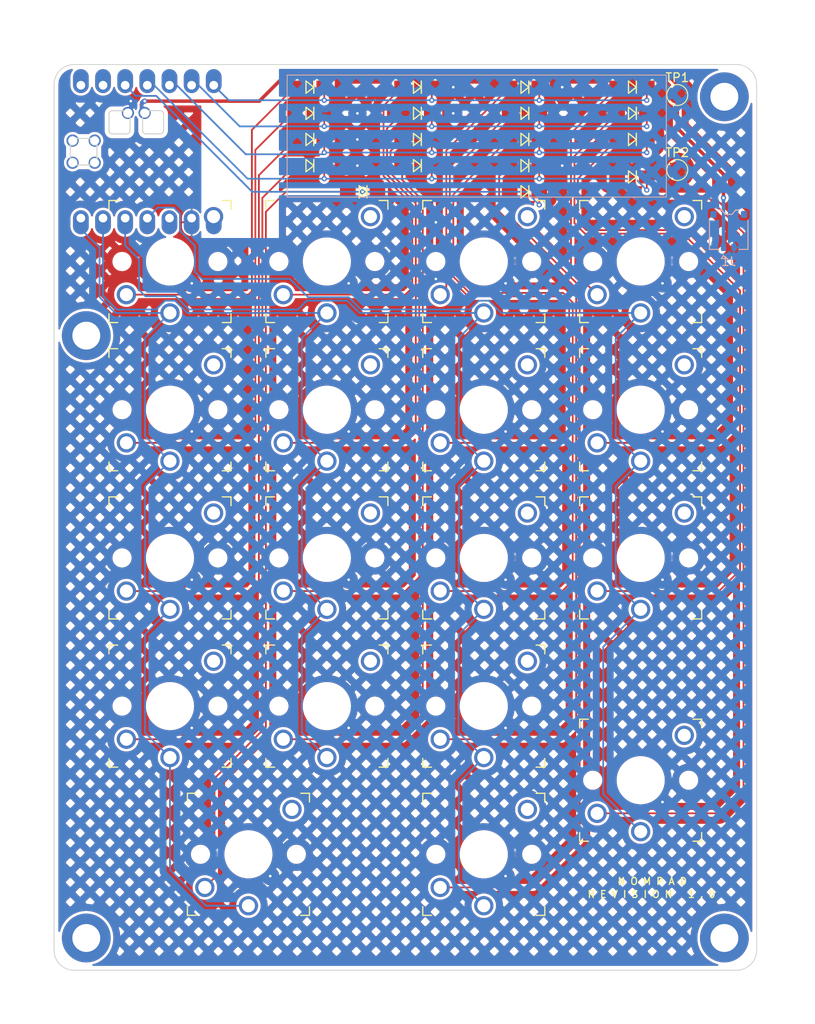
<source format=kicad_pcb>
(kicad_pcb (version 20241229) (generator "pcbnew") (generator_version "9.0")
  (title_block (title "Nompad") (date "2025-05-27") (rev "1.0"))
  (layers (0 "F.Cu" signal) (2 "B.Cu" signal) (13 "F.Paste" user) (15 "B.Paste" user) (5 "F.SilkS" user "F.Silkscreen") (7 "B.SilkS" user "B.Silkscreen") (1 "F.Mask" user) (3 "B.Mask" user) (25 "Edge.Cuts" user))
  (net 0 "")
  (net 1 "GND")
  (net 2 "BAT")
  (net 3 "/ROW0")
  (net 4 "/ROW1")
  (net 5 "/ROW2")
  (net 6 "/ROW3")
  (net 7 "/COL1")
  (net 8 "/COL0")
  (net 12 "/COL2")
  (net 14 "/COL3")
  (net 15 "/ROW4")
  (net 16 "Net-(D1-A)")
  (net 17 "Net-(D2-A)")
  (net 18 "Net-(D3-A)")
  (net 19 "Net-(D4-A)")
  (net 20 "Net-(D5-A)")
  (net 21 "Net-(D6-A)")
  (net 22 "Net-(D7-A)")
  (net 23 "Net-(D8-A)")
  (net 24 "Net-(D9-A)")
  (net 25 "Net-(D10-A)")
  (net 26 "Net-(D11-A)")
  (net 27 "Net-(D12-A)")
  (net 28 "Net-(D13-A)")
  (net 29 "Net-(D14-A)")
  (net 30 "Net-(D15-A)")
  (net 31 "Net-(D16-A)")
  (net 32 "Net-(D17-A)")
  (net 33 "Net-(D18-A)")
  (footprint "pcb-footprints:Kailh_PG1350_1353_Combo_No_Socket" (layer "F.Cu") (at 175 127.5)
    (property "Reference" "SW16" (hide yes))
    (property "Value" "ChocHS" (hide yes))
  )
  (footprint "TOTEMlib:Diode_SOD123" (layer "F.Cu") (at 137 54 180)
    (property "Reference" "D9" (hide yes))
    (property "Value" "D" (hide yes))
  )
  (footprint "TOTEMlib:Diode_SOD123" (layer "F.Cu") (at 174 58.3 180)
    (property "Reference" "D16" (hide yes))
    (property "Value" "D" (hide yes))
  )
  (footprint "TOTEMlib:Diode_SOD123" (layer "F.Cu") (at 137 51 180)
    (property "Reference" "D5" (hide yes))
    (property "Value" "D" (hide yes))
  )
  (footprint "TOTEMlib:Diode_SOD123" (layer "F.Cu") (at 137 57 180)
    (property "Reference" "D13" (hide yes))
    (property "Value" "D" (hide yes))
  )
  (footprint "pcb-footprints:Kailh_PG1350_1353_Combo_No_Socket" (layer "F.Cu") (at 139 85)
    (property "Reference" "SW6" (hide yes))
    (property "Value" "ChocHS" (hide yes))
  )
  (footprint "TOTEMlib:Diode_SOD123" (layer "F.Cu") (at 161.666667 51 180)
    (property "Reference" "D7" (hide yes))
    (property "Value" "D" (hide yes))
  )
  (footprint "pcb-footprints:Kailh_PG1350_1353_Combo_No_Socket" (layer "F.Cu") (at 157 136)
    (property "Reference" "SW18" (hide yes))
    (property "Value" "ChocHS" (hide yes))
  )
  (footprint "pcb-footprints:Kailh_PG1350_1353_Combo_No_Socket" (layer "F.Cu") (at 157 119)
    (property "Reference" "SW15" (hide yes))
    (property "Value" "ChocHS" (hide yes))
  )
  (footprint "pcb-footprints:Kailh_PG1350_1353_Combo_No_Socket" (layer "F.Cu") (at 139 119)
    (property "Reference" "SW14" (hide yes))
    (property "Value" "ChocHS" (hide yes))
  )
  (footprint "TOTEMlib:Diode_SOD123" (layer "F.Cu") (at 149.333333 57 180)
    (property "Reference" "D14" (hide yes))
    (property "Value" "D" (hide yes))
  )
  (footprint "TOTEMlib:Diode_SOD123" (layer "F.Cu") (at 143.1 60 180)
    (property "Reference" "D17" (hide yes))
    (property "Value" "D" (hide yes))
  )
  (footprint "TOTEMlib:Diode_SOD123" (layer "F.Cu") (at 137 48 180)
    (property "Reference" "D1" (hide yes))
    (property "Value" "D" (hide yes))
  )
  (footprint "MountingHole:MountingHole_3.2mm_M3_DIN965_Pad" (layer "F.Cu") (at 184.6 145.6)
    (property "Reference" "REF**" (hide yes))
    (property "Value" "MountingHole_3.2mm_M3_DIN965_Pad" (hide yes))
  )
  (footprint "pcb-footprints:Kailh_PG1350_1353_Combo_No_Socket" (layer "F.Cu") (at 157 85)
    (property "Reference" "SW7" (hide yes))
    (property "Value" "ChocHS" (hide yes))
  )
  (footprint "TOTEMlib:Diode_SOD123" (layer "F.Cu") (at 161.666667 57 180)
    (property "Reference" "D15" (hide yes))
    (property "Value" "D" (hide yes))
  )
  (footprint "TOTEMlib:Diode_SOD123" (layer "F.Cu") (at 149.333333 48 180)
    (property "Reference" "D2" (hide yes))
    (property "Value" "D" (hide yes))
  )
  (footprint "pcb-footprints:Kailh_PG1350_1353_Combo_No_Socket" (layer "F.Cu") (at 130 136)
    (property "Reference" "SW17" (hide yes))
    (property "Value" "ChocHS" (hide yes))
  )
  (footprint "MountingHole:MountingHole_3.2mm_M3_DIN965_Pad" (layer "F.Cu") (at 111.4 145.6)
    (property "Reference" "REF**" (hide yes))
    (property "Value" "MountingHole_3.2mm_M3_DIN965_Pad" (hide yes))
  )
  (footprint "TOTEMlib:Diode_SOD123" (layer "F.Cu") (at 174 48 180)
    (property "Reference" "D4" (hide yes))
    (property "Value" "D" (hide yes))
  )
  (footprint "MountingHole:MountingHole_3.2mm_M3_DIN965_Pad" (layer "F.Cu") (at 184.6 49.1)
    (property "Reference" "REF**" (hide yes))
    (property "Value" "MountingHole_3.2mm_M3_DIN965_Pad" (hide yes))
  )
  (footprint "pcb-footprints:Kailh_PG1350_1353_Combo_No_Socket" (layer "F.Cu") (at 121 85)
    (property "Reference" "SW5" (hide yes))
    (property "Value" "ChocHS" (hide yes))
  )
  (footprint "pcb-footprints:Kailh_PG1350_1353_Combo_No_Socket" (layer "F.Cu") (at 175 85)
    (property "Reference" "SW8" (hide yes))
    (property "Value" "ChocHS" (hide yes))
  )
  (footprint "TOTEMlib:Diode_SOD123" (layer "F.Cu") (at 161.666667 60 180)
    (property "Reference" "D18" (hide yes))
    (property "Value" "D" (hide yes))
  )
  (footprint "pcb-footprints:Kailh_PG1350_1353_Combo_No_Socket" (layer "F.Cu") (at 121 68)
    (property "Reference" "SW1" (hide yes))
    (property "Value" "ChocHS" (hide yes))
  )
  (footprint "pcb-footprints:Kailh_PG1350_1353_Combo_No_Socket" (layer "F.Cu") (at 157 68)
    (property "Reference" "SW3" (hide yes))
    (property "Value" "ChocHS" (hide yes))
  )
  (footprint "pcb-footprints:Kailh_PG1350_1353_Combo_No_Socket" (layer "F.Cu") (at 175 68)
    (property "Reference" "SW4" (hide yes))
    (property "Value" "ChocHS" (hide yes))
  )
  (footprint "TOTEMlib:Diode_SOD123" (layer "F.Cu") (at 174 51 180)
    (property "Reference" "D8" (hide yes))
    (property "Value" "D" (hide yes))
  )
  (footprint "TOTEMlib:Diode_SOD123" (layer "F.Cu") (at 149.333333 51 180)
    (property "Reference" "D6" (hide yes))
    (property "Value" "D" (hide yes))
  )
  (footprint "TestPoint:TestPoint_Pad_D2.0mm" (layer "F.Cu") (at 179.2 48.9)
    (property "Reference" "TP1")
    (property "Value" "TestPoint")
  )
  (footprint "pcb-footprints:Kailh_PG1350_1353_Combo_No_Socket" (layer "F.Cu") (at 121 102)
    (property "Reference" "SW9" (hide yes))
    (property "Value" "ChocHS" (hide yes))
  )
  (footprint "pcb-footprints:Kailh_PG1350_1353_Combo_No_Socket" (layer "F.Cu") (at 139 102)
    (property "Reference" "SW10" (hide yes))
    (property "Value" "ChocHS" (hide yes))
  )
  (footprint "TOTEMlib:Diode_SOD123" (layer "F.Cu") (at 161.666667 48 180)
    (property "Reference" "D3" (hide yes))
    (property "Value" "D" (hide yes))
  )
  (footprint "pcb-footprints:Kailh_PG1350_1353_Combo_No_Socket" (layer "F.Cu") (at 157 102)
    (property "Reference" "SW11" (hide yes))
    (property "Value" "ChocHS" (hide yes))
  )
  (footprint "TOTEMlib:Diode_SOD123" (layer "F.Cu") (at 174 54 180)
    (property "Reference" "D12" (hide yes))
    (property "Value" "D" (hide yes))
  )
  (footprint "pcb-footprints:Kailh_PG1350_1353_Combo_No_Socket" (layer "F.Cu") (at 121 119)
    (property "Reference" "SW13" (hide yes))
    (property "Value" "ChocHS" (hide yes))
  )
  (footprint "TOTEMlib:Diode_SOD123" (layer "F.Cu") (at 161.666667 54 180)
    (property "Reference" "D11" (hide yes))
    (property "Value" "D" (hide yes))
  )
  (footprint "MountingHole:MountingHole_3.2mm_M3_DIN965_Pad" (layer "F.Cu") (at 111.4 76.5)
    (property "Reference" "REF**" (hide yes))
    (property "Value" "MountingHole_3.2mm_M3_DIN965_Pad" (hide yes))
  )
  (footprint "pcb-footprints:Kailh_PG1350_1353_Combo_No_Socket" (layer "F.Cu") (at 175 102)
    (property "Reference" "SW12" (hide yes))
    (property "Value" "ChocHS" (hide yes))
  )
  (footprint "TOTEMlib:Diode_SOD123" (layer "F.Cu") (at 149.333333 54 180)
    (property "Reference" "D10" (hide yes))
    (property "Value" "D" (hide yes))
  )
  (footprint "TestPoint:TestPoint_Pad_D2.0mm" (layer "F.Cu") (at 179.2 57.5)
    (property "Reference" "TP2")
    (property "Value" "TestPoint")
  )
  (footprint "pcb-footprints:Kailh_PG1350_1353_Combo_No_Socket" (layer "F.Cu") (at 139 68)
    (property "Reference" "SW2" (hide yes))
    (property "Value" "ChocHS" (hide yes))
  )
  (footprint "Connector_JST:JST_ACH_BM02B-ACHSS-GAN-ETF_1x02-1MP_P1.20mm_Vertical" (layer "B.Cu") (at 185.1 64.5)
    (property "Reference" "J1")
    (property "Value" "Conn_01x02_Pin" (hide yes))
  )
  (footprint "pcb-footprints:xiao-ble-smd-cutout-aternate" (layer "B.Cu") (at 118.4 55.4 -90)
    (property "Reference" "LU1" (hide yes))
    (property "Value" "Xiao nRF52840" (hide yes))
    (fp_line (start -0.8382 8.826) (end 0.8382 8.826) (stroke (width 0.12)) (layer "Edge.Cuts"))
    (fp_line (start -1.524 6.4638) (end -1.524 8.1402) (stroke (width 0.12)) (layer "Edge.Cuts"))
    (fp_line (start 1.524 6.4638) (end 1.524 8.1402) (stroke (width 0.12)) (layer "Edge.Cuts"))
    (fp_line (start -0.8382 5.778) (end 0.8382 5.778) (stroke (width 0.12)) (layer "Edge.Cuts"))
    (fp_line (start -4.318001 4.393493) (end -2.413001 4.393493) (stroke (width 0.12)) (layer "Edge.Cuts"))
    (fp_line (start -2.032001 4.012493) (end -2.032001 2.361493) (stroke (width 0.12)) (layer "Edge.Cuts"))
    (fp_line (start -4.699001 2.666293) (end -4.699001 4.012493) (stroke (width 0.12)) (layer "Edge.Cuts"))
    (fp_line (start -2.413001 1.980493) (end -4.013201 1.980493) (stroke (width 0.12)) (layer "Edge.Cuts"))
    (fp_line (start -4.026599 0.545594) (end -2.426399 0.545594) (stroke (width 0.12)) (layer "Edge.Cuts"))
    (fp_line (start -2.045399 0.164594) (end -2.045399 -1.486406) (stroke (width 0.12)) (layer "Edge.Cuts"))
    (fp_line (start -4.712399 -1.486406) (end -4.712399 -0.140206) (stroke (width 0.12)) (layer "Edge.Cuts"))
    (fp_line (start -2.426399 -1.867406) (end -4.331399 -1.867406) (stroke (width 0.12)) (layer "Edge.Cuts"))
    (fp_arc (start 0.8382 8.826) (mid 0.920393 8.222393) (end 1.524 8.1402) (stroke (width 0.12)) (layer "Edge.Cuts"))
    (fp_arc (start -1.524 8.1402) (mid -0.920391 8.222391) (end -0.8382 8.826) (stroke (width 0.12)) (layer "Edge.Cuts"))
    (fp_arc (start 1.524 6.4638) (mid 0.920391 6.381609) (end 0.8382 5.778) (stroke (width 0.12)) (layer "Edge.Cuts"))
    (fp_arc (start -0.8382 5.778) (mid -0.920391 6.381609) (end -1.524 6.4638) (stroke (width 0.12)) (layer "Edge.Cuts"))
    (fp_arc (start -4.318001 4.393493) (mid -4.587409 4.281901) (end -4.699001 4.012493) (stroke (width 0.12)) (layer "Edge.Cuts"))
    (fp_arc (start -2.032001 4.012493) (mid -2.143593 4.281901) (end -2.413001 4.393493) (stroke (width 0.12)) (layer "Edge.Cuts"))
    (fp_arc (start -4.013201 1.980493) (mid -4.095392 2.584102) (end -4.699001 2.666293) (stroke (width 0.12)) (layer "Edge.Cuts"))
    (fp_arc (start -2.413001 1.980493) (mid -2.143593 2.092085) (end -2.032001 2.361493) (stroke (width 0.12)) (layer "Edge.Cuts"))
    (fp_arc (start -2.045399 0.164594) (mid -2.156991 0.434002) (end -2.426399 0.545594) (stroke (width 0.12)) (layer "Edge.Cuts"))
    (fp_arc (start -4.712399 -0.140206) (mid -4.10879 -0.058015) (end -4.026599 0.545594) (stroke (width 0.12)) (layer "Edge.Cuts"))
    (fp_arc (start -4.712399 -1.486406) (mid -4.600807 -1.755814) (end -4.331399 -1.867406) (stroke (width 0.12)) (layer "Edge.Cuts"))
    (fp_arc (start -2.426399 -1.867406) (mid -2.156991 -1.755814) (end -2.045399 -1.486406) (stroke (width 0.12)) (layer "Edge.Cuts"))
  )
  (gr_rect (start 134.440377 46.609255) (end 177.940377 60.609255) (stroke (width 0.1)) (fill no) (layer "B.SilkS"))
  (gr_line (start 188.3 47.7) (end 188.3 147) (stroke (width 0.1)) (layer "Edge.Cuts"))
  (gr_line (start 110 149.3) (end 186 149.3) (stroke (width 0.1)) (layer "Edge.Cuts"))
  (gr_line (start 107.7 47.7) (end 107.7 147) (stroke (width 0.1)) (layer "Edge.Cuts"))
  (gr_arc (start 110 149.3) (mid 108.373654 148.626346) (end 107.7 147) (stroke (width 0.1)) (layer "Edge.Cuts"))
  (gr_arc (start 186 45.4) (mid 187.626346 46.073654) (end 188.3 47.7) (stroke (width 0.1)) (layer "Edge.Cuts"))
  (gr_line (start 186 45.4) (end 110 45.4) (stroke (width 0.1)) (layer "Edge.Cuts"))
  (gr_arc (start 188.3 147) (mid 187.626346 148.626346) (end 186 149.3) (stroke (width 0.1)) (layer "Edge.Cuts"))
  (gr_arc (start 107.7 47.7) (mid 108.373654 46.073654) (end 110 45.4) (stroke (width 0.1)) (layer "Edge.Cuts"))
  (gr_text "N O M P A D" (at 180.4 139.1 0) (layer "F.SilkS") (effects (font (size 0.8 0.8)) (justify right)))
  (gr_text "R E V I S I O N   1 . 0" (at 168.833809 140.59 0) (layer "F.SilkS") (effects (font (size 0.8 0.8)) (justify left)))
  (segment (start 116.5 49.6) (end 116.5 50.633) (width 0.4) (layer "F.Cu") (net 1))
  (segment (start 116.5 50.633) (end 116.474429 50.658571) (width 0.4) (layer "F.Cu") (net 1))
  (via (at 142.5 57) (size 0.6) (drill 0.3) (layers "F.Cu" "B.Cu") (net 1))
  (via (at 141.5 104.5) (size 0.6) (drill 0.3) (layers "F.Cu" "B.Cu") (net 1))
  (via (at 177.5 130) (size 0.6) (drill 0.3) (layers "F.Cu" "B.Cu") (net 1))
  (via (at 166 48) (size 0.6) (drill 0.3) (layers "F.Cu" "B.Cu") (net 1))
  (via (at 177.5 104.5) (size 0.6) (drill 0.3) (layers "F.Cu" "B.Cu") (net 1))
  (via (at 159.5 121.5) (size 0.6) (drill 0.3) (layers "F.Cu" "B.Cu") (net 1))
  (via (at 151.5 70) (size 0.6) (drill 0.3) (layers "F.Cu" "B.Cu") (net 1))
  (via (at 151.5 63.5) (size 0.6) (drill 0.3) (layers "F.Cu" "B.Cu") (net 1))
  (via (at 166 57) (size 0.6) (drill 0.3) (layers "F.Cu" "B.Cu") (net 1))
  (via (at 153.5 48) (size 0.6) (drill 0.3) (layers "F.Cu" "B.Cu") (net 1))
  (via (at 141.5 121.5) (size 0.6) (drill 0.3) (layers "F.Cu" "B.Cu") (net 1))
  (via (at 177.5 87.5) (size 0.6) (drill 0.3) (layers "F.Cu" "B.Cu") (net 1))
  (via (at 123.5 87.5) (size 0.6) (drill 0.3) (layers "F.Cu" "B.Cu") (net 1))
  (via (at 116.5 49.6) (size 0.6) (drill 0.3) (layers "F.Cu" "B.Cu") (net 1))
  (via (at 177.5 70.5) (size 0.6) (drill 0.3) (layers "F.Cu" "B.Cu") (net 1))
  (via (at 159.5 87.5) (size 0.6) (drill 0.3) (layers "F.Cu" "B.Cu") (net 1))
  (via (at 123.5 70.5) (size 0.6) (drill 0.3) (layers "F.Cu" "B.Cu") (net 1))
  (via (at 123.5 121.5) (size 0.6) (drill 0.3) (layers "F.Cu" "B.Cu") (net 1))
  (via (at 141.5 70.5) (size 0.6) (drill 0.3) (layers "F.Cu" "B.Cu") (net 1))
  (via (at 142.5 54) (size 0.6) (drill 0.3) (layers "F.Cu" "B.Cu") (net 1))
  (via (at 159.5 70.5) (size 0.6) (drill 0.3) (layers "F.Cu" "B.Cu") (net 1))
  (via (at 159.5 104.5) (size 0.6) (drill 0.3) (layers "F.Cu" "B.Cu") (net 1))
  (via (at 153.5 51) (size 0.6) (drill 0.3) (layers "F.Cu" "B.Cu") (net 1))
  (via (at 132.5 138.5) (size 0.6) (drill 0.3) (layers "F.Cu" "B.Cu") (net 1))
  (via (at 159.5 138.5) (size 0.6) (drill 0.3) (layers "F.Cu" "B.Cu") (net 1))
  (via (at 142.503921 51.00274) (size 0.6) (drill 0.3) (layers "F.Cu" "B.Cu") (net 1))
  (via (at 141.5 87.5) (size 0.6) (drill 0.3) (layers "F.Cu" "B.Cu") (net 1))
  (via (at 123.5 104.5) (size 0.6) (drill 0.3) (layers "F.Cu" "B.Cu") (net 1))
  (segment (start 116.395846 50.737154) (end 116.380995 50.732001) (width 0.2) (layer "B.Cu") (net 1))
  (segment (start 116.5 49.6) (end 116.5 50.633) (width 0.4) (layer "B.Cu") (net 1))
  (segment (start 116.5 50.633) (end 116.395846 50.737154) (width 0.4) (layer "B.Cu") (net 1))
  (segment (start 134.548 46.3) (end 177.8 46.3) (width 0.4) (layer "F.Cu") (net 2))
  (segment (start 118.1 49.6) (end 117.721061 49.978939) (width 0.4) (layer "F.Cu") (net 2))
  (segment (start 179.2 52.7) (end 184.5 58) (width 0.4) (layer "F.Cu") (net 2))
  (segment (start 117.721061 49.978939) (end 117.721061 50.672401) (width 0.4) (layer "F.Cu") (net 2))
  (segment (start 131.248 49.6) (end 134.548 46.3) (width 0.4) (layer "F.Cu") (net 2))
  (segment (start 118.1 49.6) (end 131.248 49.6) (width 0.4) (layer "F.Cu") (net 2))
  (segment (start 179.2 47.7) (end 179.2 48.9) (width 0.4) (layer "F.Cu") (net 2))
  (segment (start 179.2 48.9) (end 179.2 52.7) (width 0.4) (layer "F.Cu") (net 2))
  (segment (start 184.5 58) (end 184.5 60.7) (width 0.4) (layer "F.Cu") (net 2))
  (segment (start 177.8 46.3) (end 179.2 47.7) (width 0.4) (layer "F.Cu") (net 2))
  (via (at 184.5 60.7) (size 0.6) (drill 0.3) (layers "F.Cu" "B.Cu") (net 2))
  (via (at 118.1 49.6) (size 0.6) (drill 0.3) (layers "F.Cu" "B.Cu") (net 2))
  (segment (start 184.5 60.7) (end 184.5 66.375) (width 0.4) (layer "B.Cu") (net 2))
  (segment (start 117.759182 50.259182) (end 117.759182 50.659182) (width 0.4) (layer "B.Cu") (net 2))
  (segment (start 118.1 49.6) (end 117.9 49.6) (width 0.4) (layer "B.Cu") (net 2))
  (segment (start 117.9 49.6) (end 117.759182 49.740818) (width 0.4) (layer "B.Cu") (net 2))
  (segment (start 117.759182 49.740818) (end 117.759182 50.259182) (width 0.4) (layer "B.Cu") (net 2))
  (segment (start 163.366667 48) (end 163.366667 49.433333) (width 0.2) (layer "F.Cu") (net 3))
  (segment (start 138.7 48) (end 138.7 49.5) (width 0.2) (layer "F.Cu") (net 3))
  (segment (start 151.033333 49.466667) (end 151 49.5) (width 0.2) (layer "F.Cu") (net 3))
  (segment (start 151.033333 48) (end 151.033333 49.466667) (width 0.2) (layer "F.Cu") (net 3))
  (segment (start 175.7 48) (end 175.7 49.5) (width 0.2) (layer "F.Cu") (net 3))
  (segment (start 163.366667 49.433333) (end 163.3 49.5) (width 0.2) (layer "F.Cu") (net 3))
  (via (at 163.366667 49.5) (size 0.6) (drill 0.3) (layers "F.Cu" "B.Cu") (net 3))
  (via (at 175.7 49.5) (size 0.6) (drill 0.3) (layers "F.Cu" "B.Cu") (net 3))
  (via (at 151.033333 49.5) (size 0.6) (drill 0.3) (layers "F.Cu" "B.Cu") (net 3))
  (via (at 138.7 49.5) (size 0.6) (drill 0.3) (layers "F.Cu" "B.Cu") (net 3))
  (segment (start 175.7 49.5) (end 138.7 49.5) (width 0.2) (layer "B.Cu") (net 3))
  (segment (start 138.7 49.5) (end 127.74 49.5) (width 0.2) (layer "B.Cu") (net 3))
  (segment (start 127.74 49.5) (end 126.02 47.78) (width 0.2) (layer "B.Cu") (net 3))
  (segment (start 175.7 51) (end 175.7 52.5) (width 0.2) (layer "F.Cu") (net 4))
  (segment (start 163.366667 52.433333) (end 163.3 52.5) (width 0.2) (layer "F.Cu") (net 4))
  (segment (start 151.033333 51) (end 151.033333 52.466667) (width 0.2) (layer "F.Cu") (net 4))
  (segment (start 151.033333 52.466667) (end 151 52.5) (width 0.2) (layer "F.Cu") (net 4))
  (segment (start 138.7 51) (end 138.7 52.5) (width 0.2) (layer "F.Cu") (net 4))
  (segment (start 163.366667 51) (end 163.366667 52.433333) (width 0.2) (layer "F.Cu") (net 4))
  (via (at 138.7 52.5) (size 0.6) (drill 0.3) (layers "F.Cu" "B.Cu") (net 4))
  (via (at 175.7 52.5) (size 0.6) (drill 0.3) (layers "F.Cu" "B.Cu") (net 4))
  (via (at 151.033333 52.5) (size 0.6) (drill 0.3) (layers "F.Cu" "B.Cu") (net 4))
  (via (at 163.366667 52.5) (size 0.6) (drill 0.3) (layers "F.Cu" "B.Cu") (net 4))
  (segment (start 124.28 47.78) (end 123.48 47.78) (width 0.2) (layer "B.Cu") (net 4))
  (segment (start 138.7 52.5) (end 129 52.5) (width 0.2) (layer "B.Cu") (net 4))
  (segment (start 129 52.5) (end 124.28 47.78) (width 0.2) (layer "B.Cu") (net 4))
  (segment (start 175.7 52.5) (end 163.366667 52.5) (width 0.2) (layer "B.Cu") (net 4))
  (segment (start 151.033333 52.5) (end 138.7 52.5) (width 0.2) (layer "B.Cu") (net 4))
  (segment (start 163.366667 52.5) (end 151.033333 52.5) (width 0.2) (layer "B.Cu") (net 4))
  (segment (start 163.366667 54) (end 163.366667 55.433333) (width 0.2) (layer "F.Cu") (net 5))
  (segment (start 151.033333 54) (end 151.033333 55.466667) (width 0.2) (layer "F.Cu") (net 5))
  (segment (start 175.7 54) (end 175.7 55.5) (width 0.2) (layer "F.Cu") (net 5))
  (segment (start 138.7 54) (end 138.7 55.5) (width 0.2) (layer "F.Cu") (net 5))
  (segment (start 151.033333 55.466667) (end 151 55.5) (width 0.2) (layer "F.Cu") (net 5))
  (segment (start 163.366667 55.433333) (end 163.3 55.5) (width 0.2) (layer "F.Cu") (net 5))
  (via (at 175.7 55.5) (size 0.6) (drill 0.3) (layers "F.Cu" "B.Cu") (net 5))
  (via (at 163.366667 55.5) (size 0.6) (drill 0.3) (layers "F.Cu" "B.Cu") (net 5))
  (via (at 151.033333 55.5) (size 0.6) (drill 0.3) (layers "F.Cu" "B.Cu") (net 5))
  (via (at 138.7 55.5) (size 0.6) (drill 0.3) (layers "F.Cu" "B.Cu") (net 5))
  (segment (start 121.78 47.78) (end 120.94 47.78) (width 0.2) (layer "B.Cu") (net 5))
  (segment (start 129.7 55.7) (end 121.78 47.78) (width 0.2) (layer "B.Cu") (net 5))
  (segment (start 138.5 55.7) (end 129.7 55.7) (width 0.2) (layer "B.Cu") (net 5))
  (segment (start 163.366667 55.5) (end 151.033333 55.5) (width 0.2) (layer "B.Cu") (net 5))
  (segment (start 175.7 55.5) (end 163.366667 55.5) (width 0.2) (layer "B.Cu") (net 5))
  (segment (start 138.7 55.5) (end 138.5 55.7) (width 0.2) (layer "B.Cu") (net 5))
  (segment (start 151.033333 55.5) (end 138.7 55.5) (width 0.2) (layer "B.Cu") (net 5))
  (segment (start 151.033333 57) (end 151.033333 58.466667) (width 0.2) (layer "F.Cu") (net 6))
  (segment (start 151.033333 58.466667) (end 151 58.5) (width 0.2) (layer "F.Cu") (net 6))
  (segment (start 163.366667 57) (end 163.366667 58.433333) (width 0.2) (layer "F.Cu") (net 6))
  (segment (start 163.366667 58.433333) (end 163.3 58.5) (width 0.2) (layer "F.Cu") (net 6))
  (segment (start 175.7 58.3) (end 175.7 59.8) (width 0.2) (layer "F.Cu") (net 6))
  (segment (start 138.7 57) (end 138.7 58.5) (width 0.2) (layer "F.Cu") (net 6))
  (via (at 175.7 59.8) (size 0.6) (drill 0.3) (layers "F.Cu" "B.Cu") (net 6))
  (via (at 151.033333 58.5) (size 0.6) (drill 0.3) (layers "F.Cu" "B.Cu") (net 6))
  (via (at 138.7 58.5) (size 0.6) (drill 0.3) (layers "F.Cu" "B.Cu") (net 6))
  (via (at 163.366667 58.5) (size 0.6) (drill 0.3) (layers "F.Cu" "B.Cu") (net 6))
  (segment (start 138.7 58.5) (end 129.9 58.5) (width 0.2) (layer "B.Cu") (net 6))
  (segment (start 129.9 58.5) (end 119.18 47.78) (width 0.2) (layer "B.Cu") (net 6))
  (segment (start 119.18 47.78) (end 118.4 47.78) (width 0.2) (layer "B.Cu") (net 6))
  (segment (start 174.4 58.5) (end 175.7 59.8) (width 0.2) (layer "B.Cu") (net 6))
  (segment (start 151.033333 58.5) (end 138.7 58.5) (width 0.2) (layer "B.Cu") (net 6))
  (segment (start 163.366667 58.5) (end 174.4 58.5) (width 0.2) (layer "B.Cu") (net 6))
  (segment (start 163.366667 58.5) (end 151.033333 58.5) (width 0.2) (layer "B.Cu") (net 6))
  (segment (start 136.1345 105.0345) (end 136.1345 93.7655) (width 0.2) (layer "B.Cu") (net 7))
  (segment (start 136.1345 93.7655) (end 139 90.9) (width 0.2) (layer "B.Cu") (net 7))
  (segment (start 139 73.9) (end 122.989799 73.9) (width 0.2) (layer "B.Cu") (net 7))
  (segment (start 139 90.9) (end 136.1345 88.0345) (width 0.2) (layer "B.Cu") (net 7))
  (segment (start 139 124.9) (end 136.1345 122.0345) (width 0.2) (layer "B.Cu") (net 7))
  (segment (start 122.989799 73.9) (end 121.582799 72.493) (width 0.2) (layer "B.Cu") (net 7))
  (segment (start 114.9 73.5) (end 113.32 71.92) (width 0.2) (layer "B.Cu") (net 7))
  (segment (start 136.1345 76.7655) (end 139 73.9) (width 0.2) (layer "B.Cu") (net 7))
  (segment (start 121.582799 72.493) (end 120.417201 72.493) (width 0.2) (layer "B.Cu") (net 7))
  (segment (start 136.1345 88.0345) (end 136.1345 76.7655) (width 0.2) (layer "B.Cu") (net 7))
  (segment (start 136.1345 110.7655) (end 139 107.9) (width 0.2) (layer "B.Cu") (net 7))
  (segment (start 136.1345 122.0345) (end 136.1345 110.7655) (width 0.2) (layer "B.Cu") (net 7))
  (segment (start 139 107.9) (end 136.1345 105.0345) (width 0.2) (layer "B.Cu") (net 7))
  (segment (start 119.410201 73.5) (end 114.9 73.5) (width 0.2) (layer "B.Cu") (net 7))
  (segment (start 113.32 71.92) (end 113.32 63.02) (width 0.2) (layer "B.Cu") (net 7))
  (segment (start 120.417201 72.493) (end 119.410201 73.5) (width 0.2) (layer "B.Cu") (net 7))
  (segment (start 110.78 64.28) (end 110.78 63.02) (width 0.2) (layer "B.Cu") (net 8))
  (segment (start 112.919 66.419) (end 110.78 64.28) (width 0.2) (layer "B.Cu") (net 8))
  (segment (start 121 137.789799) (end 121 124.9) (width 0.2) (layer "B.Cu") (net 8))
  (segment (start 118.1345 93.7655) (end 121 90.9) (width 0.2) (layer "B.Cu") (net 8))
  (segment (start 118.1345 105.0345) (end 118.1345 93.7655) (width 0.2) (layer "B.Cu") (net 8))
  (segment (start 125.110201 141.9) (end 121 137.789799) (width 0.2) (layer "B.Cu") (net 8))
  (segment (start 112.919 72.0861) (end 112.919 66.419) (width 0.2) (layer "B.Cu") (net 8))
  (segment (start 118.1345 122.0345) (end 118.1345 110.7655) (width 0.2) (layer "B.Cu") (net 8))
  (segment (start 121 73.9) (end 119.577301 73.9) (width 0.2) (layer "B.Cu") (net 8))
  (segment (start 121 90.9) (end 118.1345 88.0345) (width 0.2) (layer "B.Cu") (net 8))
  (segment (start 119.576301 73.901) (end 114.7339 73.901) (width 0.2) (layer "B.Cu") (net 8))
  (segment (start 114.7339 73.901) (end 112.919 72.0861) (width 0.2) (layer "B.Cu") (net 8))
  (segment (start 119.577301 73.9) (end 119.576301 73.901) (width 0.2) (layer "B.Cu") (net 8))
  (segment (start 118.1345 88.0345) (end 118.1345 76.7655) (width 0.2) (layer "B.Cu") (net 8))
  (segment (start 130 141.9) (end 125.110201 141.9) (width 0.2) (layer "B.Cu") (net 8))
  (segment (start 118.1345 110.7655) (end 121 107.9) (width 0.2) (layer "B.Cu") (net 8))
  (segment (start 121 124.9) (end 118.1345 122.0345) (width 0.2) (layer "B.Cu") (net 8))
  (segment (start 121 107.9) (end 118.1345 105.0345) (width 0.2) (layer "B.Cu") (net 8))
  (segment (start 118.1345 76.7655) (end 121 73.9) (width 0.2) (layer "B.Cu") (net 8))
  (segment (start 135.676799 73.499) (end 123.155899 73.499) (width 0.2) (layer "B.Cu") (net 12))
  (segment (start 157 73.9) (end 142.741201 73.9) (width 0.2) (layer "B.Cu") (net 12))
  (segment (start 115.86 66.16) (end 115.86 63.02) (width 0.2) (layer "B.Cu") (net 12))
  (segment (start 154.1345 127.7655) (end 157 124.9) (width 0.2) (layer "B.Cu") (net 12))
  (segment (start 154.1 122) (end 154.1 110.8) (width 0.2) (layer "B.Cu") (net 12))
  (segment (start 141.334201 72.493) (end 136.682799 72.493) (width 0.2) (layer "B.Cu") (net 12))
  (segment (start 154.1345 139.0345) (end 154.1345 127.7655) (width 0.2) (layer "B.Cu") (net 12))
  (segment (start 154.1345 93.7655) (end 157 90.9) (width 0.2) (layer "B.Cu") (net 12))
  (segment (start 157 141.9) (end 154.1345 139.0345) (width 0.2) (layer "B.Cu") (net 12))
  (segment (start 157 90.9) (end 154.1345 88.0345) (width 0.2) (layer "B.Cu") (net 12))
  (segment (start 142.741201 73.9) (end 141.334201 72.493) (width 0.2) (layer "B.Cu") (net 12))
  (segment (start 117.45 71.25) (end 117.45 67.75) (width 0.2) (layer "B.Cu") (net 12))
  (segment (start 157 107.9) (end 154.1345 105.0345) (width 0.2) (layer "B.Cu") (net 12))
  (segment (start 154.1345 88.0345) (end 154.1345 76.7655) (width 0.2) (layer "B.Cu") (net 12))
  (segment (start 118.181799 71.981799) (end 117.45 71.25) (width 0.2) (layer "B.Cu") (net 12))
  (segment (start 121.638698 71.981799) (end 118.181799 71.981799) (width 0.2) (layer "B.Cu") (net 12))
  (segment (start 117.45 67.75) (end 115.86 66.16) (width 0.2) (layer "B.Cu") (net 12))
  (segment (start 123.155899 73.499) (end 121.638698 71.981799) (width 0.2) (layer "B.Cu") (net 12))
  (segment (start 157 124.9) (end 154.1 122) (width 0.2) (layer "B.Cu") (net 12))
  (segment (start 154.1345 105.0345) (end 154.1345 93.7655) (width 0.2) (layer "B.Cu") (net 12))
  (segment (start 154.1 110.8) (end 157 107.9) (width 0.2) (layer "B.Cu") (net 12))
  (segment (start 154.1345 76.7655) (end 157 73.9) (width 0.2) (layer "B.Cu") (net 12))
  (segment (start 136.682799 72.493) (end 135.676799 73.499) (width 0.2) (layer "B.Cu") (net 12))
  (segment (start 119.601 61.819) (end 118.4 63.02) (width 0.2) (layer "B.Cu") (net 14))
  (segment (start 158.989799 73.9) (end 157.582799 72.493) (width 0.2) (layer "B.Cu") (net 14))
  (segment (start 155.411201 73.499) (end 142.907301 73.499) (width 0.2) (layer "B.Cu") (net 14))
  (segment (start 122.141 64.46747) (end 122.141 62.52253) (width 0.2) (layer "B.Cu") (net 14))
  (segment (start 142.907301 73.499) (end 141.500301 72.092) (width 0.2) (layer "B.Cu") (net 14))
  (segment (start 156.417201 72.493) (end 155.411201 73.499) (width 0.2) (layer "B.Cu") (net 14))
  (segment (start 134.748899 69.992) (end 124.670571 69.992) (width 0.2) (layer "B.Cu") (net 14))
  (segment (start 175 107.9) (end 172.1345 105.0345) (width 0.2) (layer "B.Cu") (net 14))
  (segment (start 170.7019 129.1019) (end 170.7019 112.1981) (width 0.2) (layer "B.Cu") (net 14))
  (segment (start 170.7019 112.1981) (end 175 107.9) (width 0.2) (layer "B.Cu") (net 14))
  (segment (start 124.670571 69.992) (end 123.8655 69.186929) (width 0.2) (layer "B.Cu") (net 14))
  (segment (start 123.8655 69.186929) (end 123.8655 66.19197) (width 0.2) (layer "B.Cu") (net 14))
  (segment (start 172.1345 105.0345) (end 172.1345 93.7655) (width 0.2) (layer "B.Cu") (net 14))
  (segment (start 123.8655 66.19197) (end 122.141 64.46747) (width 0.2) (layer "B.Cu") (net 14))
  (segment (start 122.141 62.52253) (end 121.43747 61.819) (width 0.2) (layer "B.Cu") (net 14))
  (segment (start 175 90.9) (end 172.1345 88.0345) (width 0.2) (layer "B.Cu") (net 14))
  (segment (start 141.500301 72.092) (end 136.848899 72.092) (width 0.2) (layer "B.Cu") (net 14))
  (segment (start 172.1345 76.7655) (end 175 73.9) (width 0.2) (layer "B.Cu") (net 14))
  (segment (start 136.848899 72.092) (end 134.748899 69.992) (width 0.2) (layer "B.Cu") (net 14))
  (segment (start 175 73.9) (end 158.989799 73.9) (width 0.2) (layer "B.Cu") (net 14))
  (segment (start 121.43747 61.819) (end 119.601 61.819) (width 0.2) (layer "B.Cu") (net 14))
  (segment (start 157.582799 72.493) (end 156.417201 72.493) (width 0.2) (layer "B.Cu") (net 14))
  (segment (start 172.1345 93.7655) (end 175 90.9) (width 0.2) (layer "B.Cu") (net 14))
  (segment (start 175 133.4) (end 170.7019 129.1019) (width 0.2) (layer "B.Cu") (net 14))
  (segment (start 172.1345 88.0345) (end 172.1345 76.7655) (width 0.2) (layer "B.Cu") (net 14))
  (segment (start 163.366667 60) (end 163.366667 61.433333) (width 0.2) (layer "F.Cu") (net 15))
  (segment (start 144.8 60) (end 143.1 60) (width 0.2) (layer "F.Cu") (net 15))
  (segment (start 163.366667 61.433333) (end 163.3 61.5) (width 0.2) (layer "F.Cu") (net 15))
  (via (at 143.1 60) (size 0.6) (drill 0.3) (layers "F.Cu" "B.Cu") (net 15))
  (via (at 163.366667 61.5) (size 0.6) (drill 0.3) (layers "F.Cu" "B.Cu") (net 15))
  (segment (start 163.366667 61.5) (end 161.866667 60) (width 0.2) (layer "B.Cu") (net 15))
  (segment (start 161.866667 60) (end 143.1 60) (width 0.2) (layer "B.Cu") (net 15))
  (segment (start 143.1 60) (end 130.429747 60) (width 0.2) (layer "B.Cu") (net 15))
  (segment (start 130.429747 60) (end 119.429747 49) (width 0.2) (layer "B.Cu") (net 15))
  (segment (start 117.08 49) (end 115.86 47.78) (width 0.2) (layer "B.Cu") (net 15))
  (segment (start 119.429747 49) (end 117.08 49) (width 0.2) (layer "B.Cu") (net 15))
  (segment (start 130.396 71.4) (end 130.396 52.904) (width 0.2) (layer "F.Cu") (net 16))
  (segment (start 130.396 52.904) (end 135.3 48) (width 0.2) (layer "F.Cu") (net 16))
  (segment (start 116 71.8) (end 129.996 71.8) (width 0.2) (layer "F.Cu") (net 16))
  (segment (start 129.996 71.8) (end 130.396 71.4) (width 0.2) (layer "F.Cu") (net 16))
  (segment (start 148.797 71) (end 148.797 61.4983) (width 0.2) (layer "F.Cu") (net 17))
  (segment (start 148.797 61.4983) (end 145.499 58.2003) (width 0.2) (layer "F.Cu") (net 17))
  (segment (start 145.499 50.134333) (end 147.633333 48) (width 0.2) (layer "F.Cu") (net 17))
  (segment (start 134 71.8) (end 147.997 71.8) (width 0.2) (layer "F.Cu") (net 17))
  (segment (start 147.997 71.8) (end 148.797 71) (width 0.2) (layer "F.Cu") (net 17))
  (segment (start 145.499 58.2003) (end 145.499 50.134333) (width 0.2) (layer "F.Cu") (net 17))
  (segment (start 152 71.8) (end 152.7019 71.0981) (width 0.2) (layer "F.Cu") (net 18))
  (segment (start 152.7019 55.264767) (end 159.966667 48) (width 0.2) (layer "F.Cu") (net 18))
  (segment (start 152.7019 71.0981) (end 152.7019 55.264767) (width 0.2) (layer "F.Cu") (net 18))
  (segment (start 168.83635 70.63635) (end 168.36365 70.63635) (width 0.2) (layer "F.Cu") (net 19))
  (segment (start 170 71.8) (end 168.83635 70.63635) (width 0.2) (layer "F.Cu") (net 19))
  (segment (start 172 48) (end 172.3 48) (width 0.2) (layer "F.Cu") (net 19))
  (segment (start 168.36365 70.63635) (end 167 69.2727) (width 0.2) (layer "F.Cu") (net 19))
  (segment (start 170 71.8) (end 169.3 71.8) (width 0.2) (layer "F.Cu") (net 19))
  (segment (start 167 69.2727) (end 167 53.3) (width 0.2) (layer "F.Cu") (net 19))
  (segment (start 167 53.3) (end 172.3 48) (width 0.2) (layer "F.Cu") (net 19))
  (segment (start 130.797 55.203) (end 135 51) (width 0.2) (layer "F.Cu") (net 20))
  (segment (start 129.997 88.8) (end 130.797 88) (width 0.2) (layer "F.Cu") (net 20))
  (segment (start 130.797 88) (end 130.797 55.203) (width 0.2) (layer "F.Cu") (net 20))
  (segment (start 135 51) (end 135.3 51) (width 0.2) (layer "F.Cu") (net 20))
  (segment (start 116 88.8) (end 129.997 88.8) (width 0.2) (layer "F.Cu") (net 20))
  (segment (start 147.998 88.8) (end 149.198 87.6) (width 0.2) (layer "F.Cu") (net 21))
  (segment (start 134 88.8) (end 147.998 88.8) (width 0.2) (layer "F.Cu") (net 21))
  (segment (start 149.198 61.3322) (end 145.9 58.0342) (width 0.2) (layer "F.Cu") (net 21))
  (segment (start 149.198 87.6) (end 149.198 61.3322) (width 0.2) (layer "F.Cu") (net 21))
  (segment (start 145.9 58.0342) (end 145.9 52.733333) (width 0.2) (layer "F.Cu") (net 21))
  (segment (start 145.9 52.733333) (end 147.633333 51) (width 0.2) (layer "F.Cu") (net 21))
  (segment (start 166.798 88) (end 166.798 72.8651) (width 0.2) (layer "F.Cu") (net 22))
  (segment (start 165.9329 72) (end 155.201 72) (width 0.2) (layer "F.Cu") (net 22))
  (segment (start 153.1029 69.9019) (end 153.1029 57.863767) (width 0.2) (layer "F.Cu") (net 22))
  (segment (start 165.998 88.8) (end 166.798 88) (width 0.2) (layer "F.Cu") (net 22))
  (segment (start 155.201 72) (end 153.1029 69.9019) (width 0.2) (layer "F.Cu") (net 22))
  (segment (start 152 88.8) (end 165.998 88.8) (width 0.2) (layer "F.Cu") (net 22))
  (segment (start 153.1029 57.863767) (end 159.966667 51) (width 0.2) (layer "F.Cu") (net 22))
  (segment (start 166.798 72.8651) (end 165.9329 72) (width 0.2) (layer "F.Cu") (net 22))
  (segment (start 167.401 63.601) (end 167.401 55.899) (width 0.2) (layer "F.Cu") (net 23))
  (segment (start 185.998 86.8) (end 185.998 71.498) (width 0.2) (layer "F.Cu") (net 23))
  (segment (start 168.6 64.8) (end 167.401 63.601) (width 0.2) (layer "F.Cu") (net 23))
  (segment (start 170 88.8) (end 183.998 88.8) (width 0.2) (layer "F.Cu") (net 23))
  (segment (start 183.998 88.8) (end 185.998 86.8) (width 0.2) (layer "F.Cu") (net 23))
  (segment (start 185.998 71.498) (end 179.3 64.8) (width 0.2) (layer "F.Cu") (net 23))
  (segment (start 167.401 55.899) (end 172.3 51) (width 0.2) (layer "F.Cu") (net 23))
  (segment (start 179.3 64.8) (end 168.6 64.8) (width 0.2) (layer "F.Cu") (net 23))
  (segment (start 116 105.8) (end 129.998 105.8) (width 0.2) (layer "F.Cu") (net 24))
  (segment (start 129.998 105.8) (end 131.198 104.6) (width 0.2) (layer "F.Cu") (net 24))
  (segment (start 131.198 104.6) (end 131.198 58.102) (width 0.2) (layer "F.Cu") (net 24))
  (segment (start 131.198 58.102) (end 135.3 54) (width 0.2) (layer "F.Cu") (net 24))
  (segment (start 149.599 61.1661) (end 146.301 57.8681) (width 0.2) (layer "F.Cu") (net 25))
  (segment (start 149.599 104.2) (end 149.599 61.1661) (width 0.2) (layer "F.Cu") (net 25))
  (segment (start 146.301 57.8681) (end 146.301 55.332333) (width 0.2) (layer "F.Cu") (net 25))
  (segment (start 134 105.8) (end 147.999 105.8) (width 0.2) (layer "F.Cu") (net 25))
  (segment (start 147.999 105.8) (end 149.599 104.2) (width 0.2) (layer "F.Cu") (net 25))
  (segment (start 146.301 55.332333) (end 147.633333 54) (width 0.2) (layer "F.Cu") (net 25))
  (segment (start 159.816667 54) (end 159.966667 54) (width 0.2) (layer "F.Cu") (net 26))
  (segment (start 165.999 105.8) (end 167.198 104.601) (width 0.2) (layer "F.Cu") (net 26))
  (segment (start 167.199 88.1661) (end 167.199 72.699) (width 0.2) (layer "F.Cu") (net 26))
  (segment (start 167.198 88.1671) (end 167.199 88.1661) (width 0.2) (layer "F.Cu") (net 26))
  (segment (start 159.966667 54.033333) (end 159.966667 54) (width 0.2) (layer "F.Cu") (net 26))
  (segment (start 167.199 72.699) (end 166.099 71.599) (width 0.2) (layer "F.Cu") (net 26))
  (segment (start 152 105.8) (end 165.999 105.8) (width 0.2) (layer "F.Cu") (net 26))
  (segment (start 155.3671 71.599) (end 153.5039 69.7358) (width 0.2) (layer "F.Cu") (net 26))
  (segment (start 167.198 104.601) (end 167.198 88.1671) (width 0.2) (layer "F.Cu") (net 26))
  (segment (start 166.099 71.599) (end 155.3671 71.599) (width 0.2) (layer "F.Cu") (net 26))
  (segment (start 153.5039 69.7358) (end 153.5039 60.312767) (width 0.2) (layer "F.Cu") (net 26))
  (segment (start 153.5039 60.312767) (end 159.816667 54) (width 0.2) (layer "F.Cu") (net 26))
  (segment (start 179.4661 64.399) (end 186.399 71.3319) (width 0.2) (layer "F.Cu") (net 27))
  (segment (start 167.802 63.4349) (end 168.7661 64.399) (width 0.2) (layer "F.Cu") (net 27))
  (segment (start 186.399 103.4) (end 183.999 105.8) (width 0.2) (layer "F.Cu") (net 27))
  (segment (start 167.802 58.498) (end 172.3 54) (width 0.2) (layer "F.Cu") (net 27))
  (segment (start 168.7661 64.399) (end 179.4661 64.399) (width 0.2) (layer "F.Cu") (net 27))
  (segment (start 186.399 71.3319) (end 186.399 103.4) (width 0.2) (layer "F.Cu") (net 27))
  (segment (start 167.802 63.4349) (end 167.802 58.498) (width 0.2) (layer "F.Cu") (net 27))
  (segment (start 183.999 105.8) (end 170 105.8) (width 0.2) (layer "F.Cu") (net 27))
  (segment (start 116 122.8) (end 129.999 122.8) (width 0.2) (layer "F.Cu") (net 28))
  (segment (start 131.6 60.7) (end 135.3 57) (width 0.2) (layer "F.Cu") (net 28))
  (segment (start 129.999 122.8) (end 131.6 121.199) (width 0.2) (layer "F.Cu") (net 28))
  (segment (start 131.6 121.199) (end 131.6 60.7) (width 0.2) (layer "F.Cu") (net 28))
  (segment (start 134 122.8) (end 147.7 122.8) (width 0.2) (layer "F.Cu") (net 29))
  (segment (start 147.633333 58.633333) (end 147.633333 57) (width 0.2) (layer "F.Cu") (net 29))
  (segment (start 147.7 122.8) (end 150 120.5) (width 0.2) (layer "F.Cu") (net 29))
  (segment (start 150 61) (end 147.633333 58.633333) (width 0.2) (layer "F.Cu") (net 29))
  (segment (start 150 120.5) (end 150 61) (width 0.2) (layer "F.Cu") (net 29))
  (segment (start 158.765667 62.265667) (end 158.765667 58.201) (width 0.2) (layer "F.Cu") (net 30))
  (segment (start 152 122.8) (end 165.999 122.8) (width 0.2) (layer "F.Cu") (net 30))
  (segment (start 167.599 121.2) (end 167.599 71.099) (width 0.2) (layer "F.Cu") (net 30))
  (segment (start 167.599 71.099) (end 158.765667 62.265667) (width 0.2) (layer "F.Cu") (net 30))
  (segment (start 158.765667 58.201) (end 159.966667 57) (width 0.2) (layer "F.Cu") (net 30))
  (segment (start 165.999 122.8) (end 167.599 121.2) (width 0.2) (layer "F.Cu") (net 30))
  (segment (start 186.8 128.5) (end 186.8 64.7) (width 0.2) (layer "F.Cu") (net 31))
  (segment (start 186.8 64.7) (end 182.6 60.5) (width 0.2) (layer "F.Cu") (net 31))
  (segment (start 170 131.3) (end 184 131.3) (width 0.2) (layer "F.Cu") (net 31))
  (segment (start 182.6 60.5) (end 174.5 60.5) (width 0.2) (layer "F.Cu") (net 31))
  (segment (start 184 131.3) (end 186.8 128.5) (width 0.2) (layer "F.Cu") (net 31))
  (segment (start 174.5 60.5) (end 172.3 58.3) (width 0.2) (layer "F.Cu") (net 31))
  (segment (start 132 62.3) (end 134.3 60) (width 0.2) (layer "F.Cu") (net 32))
  (segment (start 126.106 138.694) (end 126.106 127.294) (width 0.2) (layer "F.Cu") (net 32))
  (segment (start 125 139.8) (end 126.106 138.694) (width 0.2) (layer "F.Cu") (net 32))
  (segment (start 134.3 60) (end 141.4 60) (width 0.2) (layer "F.Cu") (net 32))
  (segment (start 126.106 127.294) (end 132 121.4) (width 0.2) (layer "F.Cu") (net 32))
  (segment (start 132 121.4) (end 132 62.3) (width 0.2) (layer "F.Cu") (net 32))
  (segment (start 161.8301 64.6699) (end 159.966667 62.806466) (width 0.2) (layer "F.Cu") (net 33))
  (segment (start 162.7 139.8) (end 168 134.5) (width 0.2) (layer "F.Cu") (net 33))
  (segment (start 152 139.8) (end 162.7 139.8) (width 0.2) (layer "F.Cu") (net 33))
  (segment (start 168 134.5) (end 168 70.839799) (width 0.2) (layer "F.Cu") (net 33))
  (segment (start 168 70.839799) (end 161.8301 64.6699) (width 0.2) (layer "F.Cu") (net 33))
  (segment (start 159.966667 62.806466) (end 159.966667 60) (width 0.2) (layer "F.Cu") (net 33))
  (zone (net 1) (net_name "GND") (layers "F.Cu" "B.Cu") (connect_pads (clearance 0.3)) (min_thickness 0.2) (fill yes (mode hatch) (thermal_gap 0.2) (thermal_bridge_width 0.2) (hatch_thickness 0.8) (hatch_gap 0.8) (hatch_orientation 45) (hatch_smoothing_level 1) (hatch_smoothing_value 0.1) (hatch_border_algorithm hatch_thickness) (hatch_min_hole_area 0.3))
    (polygon (pts (xy 101.5 38) (xy 195 38) (xy 195 155.5) (xy 101.5 155.5)))
  )
  (zone (net 0) (net_name "") (layers "F.Cu" "B.Cu") (connect_pads (clearance 0)) (min_thickness 0.25)
    (keepout (tracks allowed) (vias allowed) (pads allowed) (copperpour not_allowed) (footprints allowed))
    (fill (thermal_gap 0.5) (thermal_bridge_width 0.5))
    (polygon (pts (xy 124.6 45) (xy 124.6 65.3) (xy 133.5 65.3) (xy 133.5 45)))
  )
)
</source>
